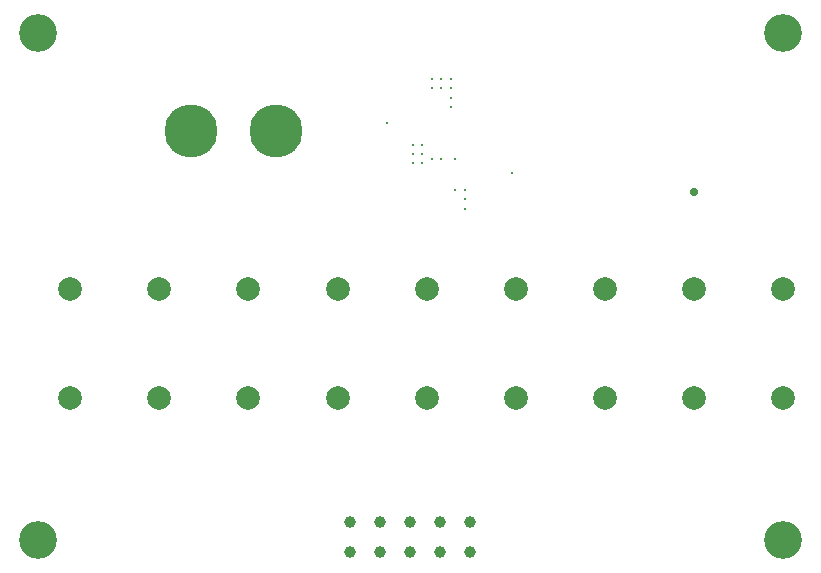
<source format=gbr>
%TF.GenerationSoftware,KiCad,Pcbnew,7.0.11-rc3*%
%TF.CreationDate,2025-03-16T23:27:30+08:00*%
%TF.ProjectId,fuse_box,66757365-5f62-46f7-982e-6b696361645f,rev?*%
%TF.SameCoordinates,Original*%
%TF.FileFunction,Plated,1,2,PTH,Drill*%
%TF.FilePolarity,Positive*%
%FSLAX46Y46*%
G04 Gerber Fmt 4.6, Leading zero omitted, Abs format (unit mm)*
G04 Created by KiCad (PCBNEW 7.0.11-rc3) date 2025-03-16 23:27:30*
%MOMM*%
%LPD*%
G01*
G04 APERTURE LIST*
%TA.AperFunction,ViaDrill*%
%ADD10C,0.300000*%
%TD*%
%TA.AperFunction,ComponentDrill*%
%ADD11C,0.700000*%
%TD*%
%TA.AperFunction,ComponentDrill*%
%ADD12C,1.000000*%
%TD*%
%TA.AperFunction,ComponentDrill*%
%ADD13C,2.000000*%
%TD*%
%TA.AperFunction,ComponentDrill*%
%ADD14C,3.200000*%
%TD*%
%TA.AperFunction,ComponentDrill*%
%ADD15C,4.500000*%
%TD*%
G04 APERTURE END LIST*
D10*
X97800000Y-47750000D03*
X100050000Y-49600000D03*
X100050000Y-50350000D03*
X100050000Y-51100000D03*
X100800000Y-49600000D03*
X100800000Y-50350000D03*
X100800000Y-51100000D03*
X101600000Y-44000000D03*
X101600000Y-44800000D03*
X101600000Y-50800000D03*
X102400000Y-44000000D03*
X102400000Y-44800000D03*
X102400000Y-50800000D03*
X103200000Y-44000000D03*
X103200000Y-44800000D03*
X103200000Y-45600000D03*
X103200000Y-46400000D03*
X103600000Y-50800000D03*
X103600000Y-53400000D03*
X104400000Y-53400000D03*
X104400000Y-54200000D03*
X104400000Y-55000000D03*
X108400000Y-52000000D03*
D11*
%TO.C,TP1*%
X123800000Y-53600000D03*
D12*
%TO.C,J3*%
X94715000Y-81560000D03*
X94715000Y-84100000D03*
X97255000Y-81560000D03*
X97255000Y-84100000D03*
X99795000Y-81560000D03*
X99795000Y-84100000D03*
X102335000Y-81560000D03*
X102335000Y-84100000D03*
X104875000Y-81560000D03*
X104875000Y-84100000D03*
D13*
%TO.C,F9*%
X70980000Y-61800000D03*
X70980000Y-71000000D03*
%TO.C,F8*%
X78530000Y-61800000D03*
X78530000Y-71000000D03*
%TO.C,F7*%
X86080000Y-61800000D03*
X86080000Y-71000000D03*
%TO.C,F6*%
X93630000Y-61800000D03*
X93630000Y-71000000D03*
%TO.C,F5*%
X101180000Y-61800000D03*
X101180000Y-71000000D03*
%TO.C,F4*%
X108730000Y-61800000D03*
X108730000Y-71000000D03*
%TO.C,F3*%
X116280000Y-61800000D03*
X116280000Y-71000000D03*
%TO.C,F2*%
X123830000Y-61800000D03*
X123830000Y-71000000D03*
%TO.C,F1*%
X131380000Y-61800000D03*
X131380000Y-71000000D03*
D14*
%TO.C,H4*%
X68300000Y-40100000D03*
%TO.C,H2*%
X68300000Y-83100000D03*
%TO.C,H3*%
X131300000Y-40100000D03*
%TO.C,H1*%
X131300000Y-83100000D03*
D15*
%TO.C,J1*%
X81200000Y-48400000D03*
X88400000Y-48400000D03*
M02*

</source>
